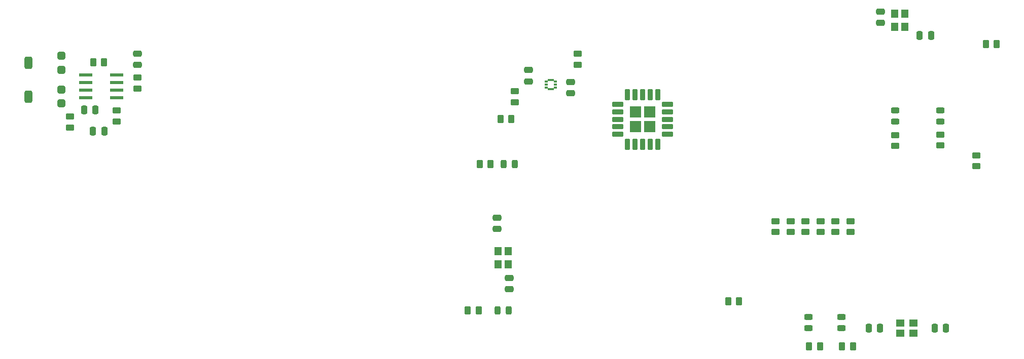
<source format=gbr>
%TF.GenerationSoftware,KiCad,Pcbnew,7.0.9-7.0.9~ubuntu22.04.1*%
%TF.CreationDate,2023-12-05T21:50:24+01:00*%
%TF.ProjectId,Chytry_sklep,43687974-7279-45f7-936b-6c65702e6b69,rev?*%
%TF.SameCoordinates,Original*%
%TF.FileFunction,Paste,Top*%
%TF.FilePolarity,Positive*%
%FSLAX46Y46*%
G04 Gerber Fmt 4.6, Leading zero omitted, Abs format (unit mm)*
G04 Created by KiCad (PCBNEW 7.0.9-7.0.9~ubuntu22.04.1) date 2023-12-05 21:50:24*
%MOMM*%
%LPD*%
G01*
G04 APERTURE LIST*
G04 Aperture macros list*
%AMRoundRect*
0 Rectangle with rounded corners*
0 $1 Rounding radius*
0 $2 $3 $4 $5 $6 $7 $8 $9 X,Y pos of 4 corners*
0 Add a 4 corners polygon primitive as box body*
4,1,4,$2,$3,$4,$5,$6,$7,$8,$9,$2,$3,0*
0 Add four circle primitives for the rounded corners*
1,1,$1+$1,$2,$3*
1,1,$1+$1,$4,$5*
1,1,$1+$1,$6,$7*
1,1,$1+$1,$8,$9*
0 Add four rect primitives between the rounded corners*
20,1,$1+$1,$2,$3,$4,$5,0*
20,1,$1+$1,$4,$5,$6,$7,0*
20,1,$1+$1,$6,$7,$8,$9,0*
20,1,$1+$1,$8,$9,$2,$3,0*%
G04 Aperture macros list end*
%ADD10R,2.200000X0.600000*%
%ADD11RoundRect,0.243750X0.456250X-0.243750X0.456250X0.243750X-0.456250X0.243750X-0.456250X-0.243750X0*%
%ADD12RoundRect,0.250000X0.450000X-0.262500X0.450000X0.262500X-0.450000X0.262500X-0.450000X-0.262500X0*%
%ADD13R,1.400000X1.200000*%
%ADD14RoundRect,0.250000X-0.400000X0.400000X-0.400000X-0.400000X0.400000X-0.400000X0.400000X0.400000X0*%
%ADD15RoundRect,0.250000X-0.400000X0.750000X-0.400000X-0.750000X0.400000X-0.750000X0.400000X0.750000X0*%
%ADD16RoundRect,0.250000X0.475000X-0.250000X0.475000X0.250000X-0.475000X0.250000X-0.475000X-0.250000X0*%
%ADD17RoundRect,0.250000X-0.250000X-0.475000X0.250000X-0.475000X0.250000X0.475000X-0.250000X0.475000X0*%
%ADD18RoundRect,0.250000X-0.475000X0.250000X-0.475000X-0.250000X0.475000X-0.250000X0.475000X0.250000X0*%
%ADD19RoundRect,0.250000X-0.450000X0.262500X-0.450000X-0.262500X0.450000X-0.262500X0.450000X0.262500X0*%
%ADD20RoundRect,0.250000X0.262500X0.450000X-0.262500X0.450000X-0.262500X-0.450000X0.262500X-0.450000X0*%
%ADD21RoundRect,0.250001X-0.714999X0.714999X-0.714999X-0.714999X0.714999X-0.714999X0.714999X0.714999X0*%
%ADD22RoundRect,0.212500X-0.212500X0.737500X-0.212500X-0.737500X0.212500X-0.737500X0.212500X0.737500X0*%
%ADD23RoundRect,0.212500X-0.737500X0.212500X-0.737500X-0.212500X0.737500X-0.212500X0.737500X0.212500X0*%
%ADD24RoundRect,0.250000X-0.262500X-0.450000X0.262500X-0.450000X0.262500X0.450000X-0.262500X0.450000X0*%
%ADD25RoundRect,0.243750X-0.243750X-0.456250X0.243750X-0.456250X0.243750X0.456250X-0.243750X0.456250X0*%
%ADD26RoundRect,0.007000X0.183000X0.168000X-0.183000X0.168000X-0.183000X-0.168000X0.183000X-0.168000X0*%
%ADD27R,1.200000X1.400000*%
G04 APERTURE END LIST*
D10*
%TO.C,LM393DT1*%
X77300000Y-82595000D03*
X77300000Y-83865000D03*
X77300000Y-85135000D03*
X77300000Y-86405000D03*
X82500000Y-86405000D03*
X82500000Y-85135000D03*
X82500000Y-83865000D03*
X82500000Y-82595000D03*
%TD*%
D11*
%TO.C,MData1*%
X198000000Y-125000000D03*
X198000000Y-123125000D03*
%TD*%
D12*
%TO.C,R10*%
X192500000Y-108912500D03*
X192500000Y-107087500D03*
%TD*%
D13*
%TO.C,X1*%
X215550000Y-124150000D03*
X213350000Y-124150000D03*
X213350000Y-125850000D03*
X215550000Y-125850000D03*
%TD*%
D14*
%TO.C,P_MQ7*%
X73250000Y-79450000D03*
D15*
X67750000Y-80600000D03*
D14*
X73250000Y-81750000D03*
%TD*%
D16*
%TO.C,C6*%
X210000000Y-73950000D03*
X210000000Y-72050000D03*
%TD*%
D12*
%TO.C,DR1*%
X226000000Y-97912500D03*
X226000000Y-96087500D03*
%TD*%
D17*
%TO.C,MC3*%
X78550000Y-92000000D03*
X80450000Y-92000000D03*
%TD*%
D12*
%TO.C,R2*%
X200000000Y-108912500D03*
X200000000Y-107087500D03*
%TD*%
D18*
%TO.C,BC1*%
X151250000Y-81800000D03*
X151250000Y-83700000D03*
%TD*%
D19*
%TO.C,MR4*%
X82500000Y-88587500D03*
X82500000Y-90412500D03*
%TD*%
D20*
%TO.C,R7*%
X142912500Y-122000000D03*
X141087500Y-122000000D03*
%TD*%
D21*
%TO.C,SCD40*%
X171500000Y-88850000D03*
X169100000Y-88850000D03*
X171500000Y-91250000D03*
X169100000Y-91250000D03*
D22*
X172800000Y-85900000D03*
X171550000Y-85900000D03*
X170300000Y-85900000D03*
X169050000Y-85900000D03*
X167800000Y-85900000D03*
D23*
X166150000Y-87550000D03*
X166150000Y-88800000D03*
X166150000Y-90050000D03*
X166150000Y-91300000D03*
X166150000Y-92550000D03*
D22*
X167800000Y-94200000D03*
X169050000Y-94200000D03*
X170300000Y-94200000D03*
X171550000Y-94200000D03*
X172800000Y-94200000D03*
D23*
X174450000Y-92550000D03*
X174450000Y-91300000D03*
X174450000Y-90050000D03*
X174450000Y-88800000D03*
X174450000Y-87550000D03*
%TD*%
D17*
%TO.C,C5*%
X216550000Y-76000000D03*
X218450000Y-76000000D03*
%TD*%
%TO.C,C2*%
X219050000Y-125000000D03*
X220950000Y-125000000D03*
%TD*%
D14*
%TO.C,P_MQ4*%
X73250000Y-85100000D03*
D15*
X67750000Y-86250000D03*
D14*
X73250000Y-87400000D03*
%TD*%
D24*
%TO.C,RR3*%
X227587500Y-77500000D03*
X229412500Y-77500000D03*
%TD*%
D19*
%TO.C,MR1*%
X74750000Y-89587500D03*
X74750000Y-91412500D03*
%TD*%
D11*
%TO.C,IData1*%
X212500000Y-90437500D03*
X212500000Y-88562500D03*
%TD*%
D18*
%TO.C,C4*%
X148000000Y-116550000D03*
X148000000Y-118450000D03*
%TD*%
D20*
%TO.C,RR1*%
X186412500Y-120500000D03*
X184587500Y-120500000D03*
%TD*%
D12*
%TO.C,R3*%
X202500000Y-108912500D03*
X202500000Y-107087500D03*
%TD*%
D24*
%TO.C,R1*%
X203587500Y-128000000D03*
X205412500Y-128000000D03*
%TD*%
D18*
%TO.C,BC2*%
X158250000Y-83800000D03*
X158250000Y-85700000D03*
%TD*%
D11*
%TO.C,ISafe1*%
X220000000Y-90437500D03*
X220000000Y-88562500D03*
%TD*%
D19*
%TO.C,R11*%
X220000000Y-92587500D03*
X220000000Y-94412500D03*
%TD*%
D18*
%TO.C,MC2*%
X86000000Y-79050000D03*
X86000000Y-80950000D03*
%TD*%
D12*
%TO.C,BR2*%
X159500000Y-80912500D03*
X159500000Y-79087500D03*
%TD*%
D20*
%TO.C,MR2*%
X80412500Y-80500000D03*
X78587500Y-80500000D03*
%TD*%
D17*
%TO.C,MC1*%
X77050000Y-88500000D03*
X78950000Y-88500000D03*
%TD*%
D19*
%TO.C,R12*%
X212500000Y-92675000D03*
X212500000Y-94500000D03*
%TD*%
D20*
%TO.C,RR2*%
X148412500Y-90000000D03*
X146587500Y-90000000D03*
%TD*%
D24*
%TO.C,R5*%
X198087500Y-128000000D03*
X199912500Y-128000000D03*
%TD*%
D20*
%TO.C,R6*%
X144912500Y-97500000D03*
X143087500Y-97500000D03*
%TD*%
D11*
%TO.C,MSafe1*%
X203500000Y-124937500D03*
X203500000Y-123062500D03*
%TD*%
D12*
%TO.C,R4*%
X205000000Y-108912500D03*
X205000000Y-107087500D03*
%TD*%
D25*
%TO.C,SSafe1*%
X147062500Y-97500000D03*
X148937500Y-97500000D03*
%TD*%
D26*
%TO.C,BMP388*%
X154750000Y-85000000D03*
X155250000Y-85000000D03*
X155765000Y-84735000D03*
X155765000Y-84235000D03*
X155765000Y-83735000D03*
X155250000Y-83470000D03*
X154750000Y-83470000D03*
X154235000Y-83735000D03*
X154235000Y-84235000D03*
X154235000Y-84735000D03*
%TD*%
D27*
%TO.C,X3*%
X212400000Y-72400000D03*
X212400000Y-74600000D03*
X214100000Y-74600000D03*
X214100000Y-72400000D03*
%TD*%
%TO.C,X2*%
X147850000Y-114300000D03*
X147850000Y-112100000D03*
X146150000Y-112100000D03*
X146150000Y-114300000D03*
%TD*%
D16*
%TO.C,C3*%
X146000000Y-108400000D03*
X146000000Y-106500000D03*
%TD*%
D12*
%TO.C,BR1*%
X149000000Y-87162500D03*
X149000000Y-85337500D03*
%TD*%
%TO.C,MR3*%
X86000000Y-84912500D03*
X86000000Y-83087500D03*
%TD*%
D25*
%TO.C,SData1*%
X146062500Y-122000000D03*
X147937500Y-122000000D03*
%TD*%
D12*
%TO.C,R8*%
X197500000Y-108912500D03*
X197500000Y-107087500D03*
%TD*%
D17*
%TO.C,C1*%
X208050000Y-125000000D03*
X209950000Y-125000000D03*
%TD*%
D12*
%TO.C,R9*%
X195000000Y-108912500D03*
X195000000Y-107087500D03*
%TD*%
M02*

</source>
